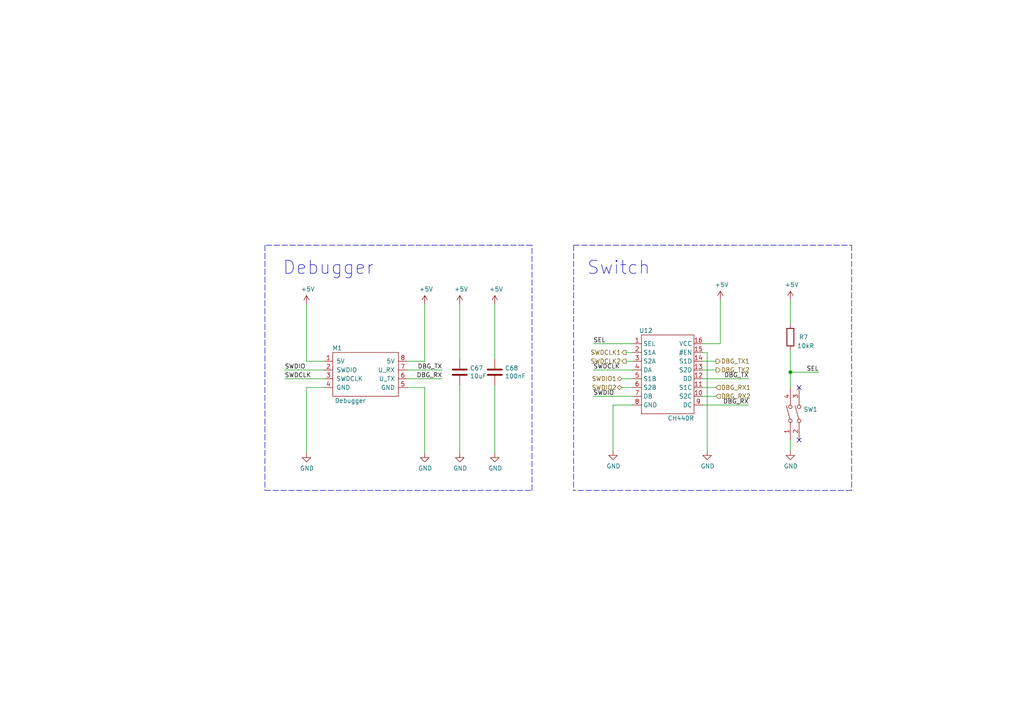
<source format=kicad_sch>
(kicad_sch (version 20211123) (generator eeschema)

  (uuid e04b8c10-725b-4bde-8cbf-66bfea5053e6)

  (paper "A4")

  (title_block
    (title "MM32_Board")
    (date "2022-01-18")
    (rev "1.2.2")
  )

  (lib_symbols
    (symbol "Device:C" (pin_numbers hide) (pin_names (offset 0.254)) (in_bom yes) (on_board yes)
      (property "Reference" "C" (id 0) (at 0.635 2.54 0)
        (effects (font (size 1.27 1.27)) (justify left))
      )
      (property "Value" "C" (id 1) (at 0.635 -2.54 0)
        (effects (font (size 1.27 1.27)) (justify left))
      )
      (property "Footprint" "" (id 2) (at 0.9652 -3.81 0)
        (effects (font (size 1.27 1.27)) hide)
      )
      (property "Datasheet" "~" (id 3) (at 0 0 0)
        (effects (font (size 1.27 1.27)) hide)
      )
      (property "ki_keywords" "cap capacitor" (id 4) (at 0 0 0)
        (effects (font (size 1.27 1.27)) hide)
      )
      (property "ki_description" "Unpolarized capacitor" (id 5) (at 0 0 0)
        (effects (font (size 1.27 1.27)) hide)
      )
      (property "ki_fp_filters" "C_*" (id 6) (at 0 0 0)
        (effects (font (size 1.27 1.27)) hide)
      )
      (symbol "C_0_1"
        (polyline
          (pts
            (xy -2.032 -0.762)
            (xy 2.032 -0.762)
          )
          (stroke (width 0.508) (type default) (color 0 0 0 0))
          (fill (type none))
        )
        (polyline
          (pts
            (xy -2.032 0.762)
            (xy 2.032 0.762)
          )
          (stroke (width 0.508) (type default) (color 0 0 0 0))
          (fill (type none))
        )
      )
      (symbol "C_1_1"
        (pin passive line (at 0 3.81 270) (length 2.794)
          (name "~" (effects (font (size 1.27 1.27))))
          (number "1" (effects (font (size 1.27 1.27))))
        )
        (pin passive line (at 0 -3.81 90) (length 2.794)
          (name "~" (effects (font (size 1.27 1.27))))
          (number "2" (effects (font (size 1.27 1.27))))
        )
      )
    )
    (symbol "Device:R" (pin_numbers hide) (pin_names (offset 0)) (in_bom yes) (on_board yes)
      (property "Reference" "R" (id 0) (at 2.032 0 90)
        (effects (font (size 1.27 1.27)))
      )
      (property "Value" "R" (id 1) (at 0 0 90)
        (effects (font (size 1.27 1.27)))
      )
      (property "Footprint" "" (id 2) (at -1.778 0 90)
        (effects (font (size 1.27 1.27)) hide)
      )
      (property "Datasheet" "~" (id 3) (at 0 0 0)
        (effects (font (size 1.27 1.27)) hide)
      )
      (property "ki_keywords" "R res resistor" (id 4) (at 0 0 0)
        (effects (font (size 1.27 1.27)) hide)
      )
      (property "ki_description" "Resistor" (id 5) (at 0 0 0)
        (effects (font (size 1.27 1.27)) hide)
      )
      (property "ki_fp_filters" "R_*" (id 6) (at 0 0 0)
        (effects (font (size 1.27 1.27)) hide)
      )
      (symbol "R_0_1"
        (rectangle (start -1.016 -2.54) (end 1.016 2.54)
          (stroke (width 0.254) (type default) (color 0 0 0 0))
          (fill (type none))
        )
      )
      (symbol "R_1_1"
        (pin passive line (at 0 3.81 270) (length 1.27)
          (name "~" (effects (font (size 1.27 1.27))))
          (number "1" (effects (font (size 1.27 1.27))))
        )
        (pin passive line (at 0 -3.81 90) (length 1.27)
          (name "~" (effects (font (size 1.27 1.27))))
          (number "2" (effects (font (size 1.27 1.27))))
        )
      )
    )
    (symbol "MM32_Periph:CH440R" (in_bom yes) (on_board yes)
      (property "Reference" "U" (id 0) (at 1.27 24.13 0)
        (effects (font (size 1.27 1.27)))
      )
      (property "Value" "CH440R" (id 1) (at 10.16 -1.27 0)
        (effects (font (size 1.27 1.27)))
      )
      (property "Footprint" "Package_SO:TSSOP-16_4.4x5mm_P0.65mm" (id 2) (at 8.89 -3.81 0)
        (effects (font (size 1.27 1.27)) hide)
      )
      (property "Datasheet" "" (id 3) (at 1.27 24.13 0)
        (effects (font (size 1.27 1.27)) hide)
      )
      (symbol "CH440R_0_1"
        (rectangle (start 0 22.86) (end 15.24 0)
          (stroke (width 0) (type default) (color 0 0 0 0))
          (fill (type none))
        )
      )
      (symbol "CH440R_1_1"
        (pin input line (at -2.54 20.32 0) (length 2.54)
          (name "SEL" (effects (font (size 1.27 1.27))))
          (number "1" (effects (font (size 1.27 1.27))))
        )
        (pin passive line (at 17.78 5.08 180) (length 2.54)
          (name "S2C" (effects (font (size 1.27 1.27))))
          (number "10" (effects (font (size 1.27 1.27))))
        )
        (pin passive line (at 17.78 7.62 180) (length 2.54)
          (name "S1C" (effects (font (size 1.27 1.27))))
          (number "11" (effects (font (size 1.27 1.27))))
        )
        (pin passive line (at 17.78 10.16 180) (length 2.54)
          (name "DD" (effects (font (size 1.27 1.27))))
          (number "12" (effects (font (size 1.27 1.27))))
        )
        (pin passive line (at 17.78 12.7 180) (length 2.54)
          (name "S2D" (effects (font (size 1.27 1.27))))
          (number "13" (effects (font (size 1.27 1.27))))
        )
        (pin passive line (at 17.78 15.24 180) (length 2.54)
          (name "S1D" (effects (font (size 1.27 1.27))))
          (number "14" (effects (font (size 1.27 1.27))))
        )
        (pin passive line (at 17.78 17.78 180) (length 2.54)
          (name "#EN" (effects (font (size 1.27 1.27))))
          (number "15" (effects (font (size 1.27 1.27))))
        )
        (pin power_in line (at 17.78 20.32 180) (length 2.54)
          (name "VCC" (effects (font (size 1.27 1.27))))
          (number "16" (effects (font (size 1.27 1.27))))
        )
        (pin passive line (at -2.54 17.78 0) (length 2.54)
          (name "S1A" (effects (font (size 1.27 1.27))))
          (number "2" (effects (font (size 1.27 1.27))))
        )
        (pin passive line (at -2.54 15.24 0) (length 2.54)
          (name "S2A" (effects (font (size 1.27 1.27))))
          (number "3" (effects (font (size 1.27 1.27))))
        )
        (pin passive line (at -2.54 12.7 0) (length 2.54)
          (name "DA" (effects (font (size 1.27 1.27))))
          (number "4" (effects (font (size 1.27 1.27))))
        )
        (pin passive line (at -2.54 10.16 0) (length 2.54)
          (name "S1B" (effects (font (size 1.27 1.27))))
          (number "5" (effects (font (size 1.27 1.27))))
        )
        (pin passive line (at -2.54 7.62 0) (length 2.54)
          (name "S2B" (effects (font (size 1.27 1.27))))
          (number "6" (effects (font (size 1.27 1.27))))
        )
        (pin passive line (at -2.54 5.08 0) (length 2.54)
          (name "DB" (effects (font (size 1.27 1.27))))
          (number "7" (effects (font (size 1.27 1.27))))
        )
        (pin power_in line (at -2.54 2.54 0) (length 2.54)
          (name "GND" (effects (font (size 1.27 1.27))))
          (number "8" (effects (font (size 1.27 1.27))))
        )
        (pin passive line (at 17.78 2.54 180) (length 2.54)
          (name "DC" (effects (font (size 1.27 1.27))))
          (number "9" (effects (font (size 1.27 1.27))))
        )
      )
    )
    (symbol "MM32_Periph:Debugger" (pin_names (offset 1.016)) (in_bom yes) (on_board yes)
      (property "Reference" "M" (id 0) (at 1.27 13.97 0)
        (effects (font (size 1.27 1.27)))
      )
      (property "Value" "Debugger" (id 1) (at 6.35 -1.27 0)
        (effects (font (size 1.27 1.27)))
      )
      (property "Footprint" "" (id 2) (at 1.27 13.97 0)
        (effects (font (size 1.27 1.27)) hide)
      )
      (property "Datasheet" "" (id 3) (at 1.27 13.97 0)
        (effects (font (size 1.27 1.27)) hide)
      )
      (symbol "Debugger_0_1"
        (rectangle (start 0 12.7) (end 19.05 0)
          (stroke (width 0) (type default) (color 0 0 0 0))
          (fill (type none))
        )
      )
      (symbol "Debugger_1_1"
        (pin power_in line (at -2.54 10.16 0) (length 2.54)
          (name "5V" (effects (font (size 1.27 1.27))))
          (number "1" (effects (font (size 1.27 1.27))))
        )
        (pin bidirectional line (at -2.54 7.62 0) (length 2.54)
          (name "SWDIO" (effects (font (size 1.27 1.27))))
          (number "2" (effects (font (size 1.27 1.27))))
        )
        (pin output line (at -2.54 5.08 0) (length 2.54)
          (name "SWDCLK" (effects (font (size 1.27 1.27))))
          (number "3" (effects (font (size 1.27 1.27))))
        )
        (pin power_in line (at -2.54 2.54 0) (length 2.54)
          (name "GND" (effects (font (size 1.27 1.27))))
          (number "4" (effects (font (size 1.27 1.27))))
        )
        (pin power_in line (at 21.59 2.54 180) (length 2.54)
          (name "GND" (effects (font (size 1.27 1.27))))
          (number "5" (effects (font (size 1.27 1.27))))
        )
        (pin output line (at 21.59 5.08 180) (length 2.54)
          (name "U_TX" (effects (font (size 1.27 1.27))))
          (number "6" (effects (font (size 1.27 1.27))))
        )
        (pin output line (at 21.59 7.62 180) (length 2.54)
          (name "U_RX" (effects (font (size 1.27 1.27))))
          (number "7" (effects (font (size 1.27 1.27))))
        )
        (pin power_in line (at 21.59 10.16 180) (length 2.54)
          (name "5V" (effects (font (size 1.27 1.27))))
          (number "8" (effects (font (size 1.27 1.27))))
        )
        (pin no_connect line (at 10.16 13.97 270) (length 2.54) hide
          (name "NC" (effects (font (size 1.27 1.27))))
          (number "9" (effects (font (size 1.27 1.27))))
        )
      )
    )
    (symbol "Switch:SW_DIP_x02" (pin_names (offset 0) hide) (in_bom yes) (on_board yes)
      (property "Reference" "SW" (id 0) (at 0 6.35 0)
        (effects (font (size 1.27 1.27)))
      )
      (property "Value" "SW_DIP_x02" (id 1) (at 0 -3.81 0)
        (effects (font (size 1.27 1.27)))
      )
      (property "Footprint" "" (id 2) (at 0 0 0)
        (effects (font (size 1.27 1.27)) hide)
      )
      (property "Datasheet" "~" (id 3) (at 0 0 0)
        (effects (font (size 1.27 1.27)) hide)
      )
      (property "ki_keywords" "dip switch" (id 4) (at 0 0 0)
        (effects (font (size 1.27 1.27)) hide)
      )
      (property "ki_description" "2x DIP Switch, Single Pole Single Throw (SPST) switch, small symbol" (id 5) (at 0 0 0)
        (effects (font (size 1.27 1.27)) hide)
      )
      (property "ki_fp_filters" "SW?DIP?x2*" (id 6) (at 0 0 0)
        (effects (font (size 1.27 1.27)) hide)
      )
      (symbol "SW_DIP_x02_0_0"
        (circle (center -2.032 0) (radius 0.508)
          (stroke (width 0) (type default) (color 0 0 0 0))
          (fill (type none))
        )
        (circle (center -2.032 2.54) (radius 0.508)
          (stroke (width 0) (type default) (color 0 0 0 0))
          (fill (type none))
        )
        (polyline
          (pts
            (xy -1.524 0.127)
            (xy 2.3622 1.1684)
          )
          (stroke (width 0) (type default) (color 0 0 0 0))
          (fill (type none))
        )
        (polyline
          (pts
            (xy -1.524 2.667)
            (xy 2.3622 3.7084)
          )
          (stroke (width 0) (type default) (color 0 0 0 0))
          (fill (type none))
        )
        (circle (center 2.032 0) (radius 0.508)
          (stroke (width 0) (type default) (color 0 0 0 0))
          (fill (type none))
        )
        (circle (center 2.032 2.54) (radius 0.508)
          (stroke (width 0) (type default) (color 0 0 0 0))
          (fill (type none))
        )
      )
      (symbol "SW_DIP_x02_1_1"
        (pin passive line (at -7.62 2.54 0) (length 5.08)
          (name "~" (effects (font (size 1.27 1.27))))
          (number "1" (effects (font (size 1.27 1.27))))
        )
        (pin passive line (at -7.62 0 0) (length 5.08)
          (name "~" (effects (font (size 1.27 1.27))))
          (number "2" (effects (font (size 1.27 1.27))))
        )
        (pin passive line (at 7.62 0 180) (length 5.08)
          (name "~" (effects (font (size 1.27 1.27))))
          (number "3" (effects (font (size 1.27 1.27))))
        )
        (pin passive line (at 7.62 2.54 180) (length 5.08)
          (name "~" (effects (font (size 1.27 1.27))))
          (number "4" (effects (font (size 1.27 1.27))))
        )
      )
    )
    (symbol "power:+5V" (power) (pin_names (offset 0)) (in_bom yes) (on_board yes)
      (property "Reference" "#PWR" (id 0) (at 0 -3.81 0)
        (effects (font (size 1.27 1.27)) hide)
      )
      (property "Value" "+5V" (id 1) (at 0 3.556 0)
        (effects (font (size 1.27 1.27)))
      )
      (property "Footprint" "" (id 2) (at 0 0 0)
        (effects (font (size 1.27 1.27)) hide)
      )
      (property "Datasheet" "" (id 3) (at 0 0 0)
        (effects (font (size 1.27 1.27)) hide)
      )
      (property "ki_keywords" "power-flag" (id 4) (at 0 0 0)
        (effects (font (size 1.27 1.27)) hide)
      )
      (property "ki_description" "Power symbol creates a global label with name \"+5V\"" (id 5) (at 0 0 0)
        (effects (font (size 1.27 1.27)) hide)
      )
      (symbol "+5V_0_1"
        (polyline
          (pts
            (xy -0.762 1.27)
            (xy 0 2.54)
          )
          (stroke (width 0) (type default) (color 0 0 0 0))
          (fill (type none))
        )
        (polyline
          (pts
            (xy 0 0)
            (xy 0 2.54)
          )
          (stroke (width 0) (type default) (color 0 0 0 0))
          (fill (type none))
        )
        (polyline
          (pts
            (xy 0 2.54)
            (xy 0.762 1.27)
          )
          (stroke (width 0) (type default) (color 0 0 0 0))
          (fill (type none))
        )
      )
      (symbol "+5V_1_1"
        (pin power_in line (at 0 0 90) (length 0) hide
          (name "+5V" (effects (font (size 1.27 1.27))))
          (number "1" (effects (font (size 1.27 1.27))))
        )
      )
    )
    (symbol "power:GND" (power) (pin_names (offset 0)) (in_bom yes) (on_board yes)
      (property "Reference" "#PWR" (id 0) (at 0 -6.35 0)
        (effects (font (size 1.27 1.27)) hide)
      )
      (property "Value" "GND" (id 1) (at 0 -3.81 0)
        (effects (font (size 1.27 1.27)))
      )
      (property "Footprint" "" (id 2) (at 0 0 0)
        (effects (font (size 1.27 1.27)) hide)
      )
      (property "Datasheet" "" (id 3) (at 0 0 0)
        (effects (font (size 1.27 1.27)) hide)
      )
      (property "ki_keywords" "power-flag" (id 4) (at 0 0 0)
        (effects (font (size 1.27 1.27)) hide)
      )
      (property "ki_description" "Power symbol creates a global label with name \"GND\" , ground" (id 5) (at 0 0 0)
        (effects (font (size 1.27 1.27)) hide)
      )
      (symbol "GND_0_1"
        (polyline
          (pts
            (xy 0 0)
            (xy 0 -1.27)
            (xy 1.27 -1.27)
            (xy 0 -2.54)
            (xy -1.27 -1.27)
            (xy 0 -1.27)
          )
          (stroke (width 0) (type default) (color 0 0 0 0))
          (fill (type none))
        )
      )
      (symbol "GND_1_1"
        (pin power_in line (at 0 0 270) (length 0) hide
          (name "GND" (effects (font (size 1.27 1.27))))
          (number "1" (effects (font (size 1.27 1.27))))
        )
      )
    )
  )

  (junction (at 229.235 107.95) (diameter 0) (color 0 0 0 0)
    (uuid 5a526da4-8262-454a-9c1d-0f8ada4fe407)
  )

  (no_connect (at 231.775 112.395) (uuid 243a73da-cca9-46b6-b3bc-792fef8f823b))
  (no_connect (at 231.775 127.635) (uuid 243a73da-cca9-46b6-b3bc-792fef8f823c))

  (polyline (pts (xy 166.37 71.12) (xy 166.37 142.24))
    (stroke (width 0) (type default) (color 0 0 0 0))
    (uuid 1904d750-7ef3-4aae-8496-f9ac9591c5fc)
  )

  (wire (pts (xy 181.61 104.775) (xy 183.515 104.775))
    (stroke (width 0) (type default) (color 0 0 0 0))
    (uuid 1bb58bcf-4ccf-49a6-967e-8ae139e87934)
  )
  (wire (pts (xy 203.835 107.315) (xy 207.645 107.315))
    (stroke (width 0) (type default) (color 0 0 0 0))
    (uuid 1c1e2c66-22b9-48cd-a41f-aa1fab84f90c)
  )
  (wire (pts (xy 203.835 117.475) (xy 217.17 117.475))
    (stroke (width 0) (type default) (color 0 0 0 0))
    (uuid 2a1c0dee-ce1d-42e8-94fc-9189eea20d55)
  )
  (wire (pts (xy 203.835 109.855) (xy 217.17 109.855))
    (stroke (width 0) (type default) (color 0 0 0 0))
    (uuid 2b59503b-04b3-46e7-aa09-a74b74454b4e)
  )
  (polyline (pts (xy 154.305 71.12) (xy 76.835 71.12))
    (stroke (width 0) (type default) (color 0 0 0 0))
    (uuid 2d0d333a-99a0-4575-9433-710c8cc7ac0b)
  )
  (polyline (pts (xy 166.37 71.12) (xy 247.015 71.12))
    (stroke (width 0) (type default) (color 0 0 0 0))
    (uuid 32495407-6d07-47a4-8377-ac648b0e7242)
  )

  (wire (pts (xy 229.235 107.95) (xy 237.49 107.95))
    (stroke (width 0) (type default) (color 0 0 0 0))
    (uuid 3345ec8a-dc59-4aa7-b892-f44bc31e354c)
  )
  (wire (pts (xy 229.235 107.95) (xy 229.235 112.395))
    (stroke (width 0) (type default) (color 0 0 0 0))
    (uuid 34d5bcaf-340e-4179-a2f0-bc29a12ae9f9)
  )
  (wire (pts (xy 229.235 101.6) (xy 229.235 107.95))
    (stroke (width 0) (type default) (color 0 0 0 0))
    (uuid 3728de05-d40f-4590-85b8-b3510b77d547)
  )
  (wire (pts (xy 183.515 117.475) (xy 177.8 117.475))
    (stroke (width 0) (type default) (color 0 0 0 0))
    (uuid 3e8c9e91-5d30-48ad-9373-22ca4c89a8c4)
  )
  (wire (pts (xy 88.9 104.775) (xy 93.98 104.775))
    (stroke (width 0) (type default) (color 0 0 0 0))
    (uuid 42ecdba3-f348-4384-8d4b-cd21e56f3613)
  )
  (wire (pts (xy 180.34 112.395) (xy 183.515 112.395))
    (stroke (width 0) (type default) (color 0 0 0 0))
    (uuid 4616f2b5-fbec-4765-8017-dea1a71989df)
  )
  (wire (pts (xy 177.8 117.475) (xy 177.8 130.81))
    (stroke (width 0) (type default) (color 0 0 0 0))
    (uuid 56b10d4a-9259-4c6d-98ef-1604a122266d)
  )
  (wire (pts (xy 88.9 112.395) (xy 88.9 131.445))
    (stroke (width 0) (type default) (color 0 0 0 0))
    (uuid 5a390647-51ba-4684-b747-9001f749ff71)
  )
  (wire (pts (xy 143.51 88.265) (xy 143.51 104.14))
    (stroke (width 0) (type default) (color 0 0 0 0))
    (uuid 6165c464-a2e8-41da-a304-b1d501c00386)
  )
  (polyline (pts (xy 76.835 142.24) (xy 154.305 142.24))
    (stroke (width 0) (type default) (color 0 0 0 0))
    (uuid 629fdb7a-7978-43d0-987e-b84465775826)
  )

  (wire (pts (xy 208.915 99.695) (xy 208.915 86.995))
    (stroke (width 0) (type default) (color 0 0 0 0))
    (uuid 6370834c-14af-46f3-bebb-517411d4c5ff)
  )
  (wire (pts (xy 229.235 127.635) (xy 229.235 130.81))
    (stroke (width 0) (type default) (color 0 0 0 0))
    (uuid 6810f8bb-968f-4e47-9fed-0f7961f3892e)
  )
  (wire (pts (xy 205.105 102.235) (xy 203.835 102.235))
    (stroke (width 0) (type default) (color 0 0 0 0))
    (uuid 68b3d552-382b-4596-9f71-1108d8e25e0e)
  )
  (wire (pts (xy 93.98 112.395) (xy 88.9 112.395))
    (stroke (width 0) (type default) (color 0 0 0 0))
    (uuid 765684c2-53b3-4ef7-bd1b-7a4a73d87b76)
  )
  (polyline (pts (xy 76.835 71.12) (xy 76.835 142.24))
    (stroke (width 0) (type default) (color 0 0 0 0))
    (uuid 7c6e532b-1afd-48d4-9389-2942dcbc7c3c)
  )

  (wire (pts (xy 203.835 99.695) (xy 208.915 99.695))
    (stroke (width 0) (type default) (color 0 0 0 0))
    (uuid 92ccc98b-13fa-47af-812a-303b5b5c82fd)
  )
  (wire (pts (xy 133.35 111.76) (xy 133.35 131.445))
    (stroke (width 0) (type default) (color 0 0 0 0))
    (uuid 93dc1dcf-73b2-48ae-bd73-a5abfd88b1f7)
  )
  (wire (pts (xy 93.98 109.855) (xy 82.55 109.855))
    (stroke (width 0) (type default) (color 0 0 0 0))
    (uuid 9640e044-e4b2-4c33-9e1c-1d9894a69337)
  )
  (wire (pts (xy 123.19 88.265) (xy 123.19 104.775))
    (stroke (width 0) (type default) (color 0 0 0 0))
    (uuid a22bec73-a69c-4ab7-8d8d-f6a6b09f925f)
  )
  (polyline (pts (xy 247.015 71.12) (xy 247.015 142.24))
    (stroke (width 0) (type default) (color 0 0 0 0))
    (uuid a36ef921-2f15-4de6-9309-d05aa2c4ab8c)
  )

  (wire (pts (xy 205.105 130.81) (xy 205.105 102.235))
    (stroke (width 0) (type default) (color 0 0 0 0))
    (uuid a373ed23-53ce-4415-a949-6f5c44603a56)
  )
  (wire (pts (xy 180.34 109.855) (xy 183.515 109.855))
    (stroke (width 0) (type default) (color 0 0 0 0))
    (uuid ac0da9bb-9574-4610-9987-94846fa4797c)
  )
  (wire (pts (xy 172.085 114.935) (xy 183.515 114.935))
    (stroke (width 0) (type default) (color 0 0 0 0))
    (uuid ad343702-99c7-4068-83fa-945e30e6d589)
  )
  (wire (pts (xy 203.835 114.935) (xy 207.645 114.935))
    (stroke (width 0) (type default) (color 0 0 0 0))
    (uuid b13733a8-f6f8-48c3-99c3-92f316da3549)
  )
  (wire (pts (xy 118.11 112.395) (xy 123.19 112.395))
    (stroke (width 0) (type default) (color 0 0 0 0))
    (uuid b44c0167-50fe-4c67-94fb-5ce2e6f52544)
  )
  (wire (pts (xy 143.51 111.76) (xy 143.51 131.445))
    (stroke (width 0) (type default) (color 0 0 0 0))
    (uuid b610debe-932b-4028-97d5-46f24e969e14)
  )
  (wire (pts (xy 172.085 107.315) (xy 183.515 107.315))
    (stroke (width 0) (type default) (color 0 0 0 0))
    (uuid bc4d68af-174d-4fd1-b211-24dde51cb71f)
  )
  (wire (pts (xy 123.19 104.775) (xy 118.11 104.775))
    (stroke (width 0) (type default) (color 0 0 0 0))
    (uuid bd29b6d3-a58c-4b1f-9c20-de4efb708ab2)
  )
  (wire (pts (xy 203.835 112.395) (xy 207.645 112.395))
    (stroke (width 0) (type default) (color 0 0 0 0))
    (uuid c251c7fd-00fa-4fc5-949a-f575188d6e26)
  )
  (polyline (pts (xy 247.015 142.24) (xy 166.37 142.24))
    (stroke (width 0) (type default) (color 0 0 0 0))
    (uuid d4c8c2a1-c88d-4464-9e8c-0431728b7d1a)
  )

  (wire (pts (xy 181.61 102.235) (xy 183.515 102.235))
    (stroke (width 0) (type default) (color 0 0 0 0))
    (uuid d9b086f1-c655-4338-a3f0-fc7a411645a8)
  )
  (wire (pts (xy 133.35 88.265) (xy 133.35 104.14))
    (stroke (width 0) (type default) (color 0 0 0 0))
    (uuid dc3b2fd1-0c31-408e-b75f-ea6e29a269c3)
  )
  (wire (pts (xy 123.19 112.395) (xy 123.19 131.445))
    (stroke (width 0) (type default) (color 0 0 0 0))
    (uuid dd2d59b3-ddef-491f-bb57-eb3d3820bdeb)
  )
  (polyline (pts (xy 154.305 142.24) (xy 154.305 71.12))
    (stroke (width 0) (type default) (color 0 0 0 0))
    (uuid df9a1242-2d73-4343-b170-237bc9a8080f)
  )

  (wire (pts (xy 128.27 107.315) (xy 118.11 107.315))
    (stroke (width 0) (type default) (color 0 0 0 0))
    (uuid e0b0947e-ec91-4d8a-8663-5a112b0a8541)
  )
  (wire (pts (xy 88.9 88.265) (xy 88.9 104.775))
    (stroke (width 0) (type default) (color 0 0 0 0))
    (uuid e4504518-96e7-4c9e-8457-7273f5a490f1)
  )
  (wire (pts (xy 203.835 104.775) (xy 207.645 104.775))
    (stroke (width 0) (type default) (color 0 0 0 0))
    (uuid e6d93ffe-ed6e-40d3-b158-f8224c88af51)
  )
  (wire (pts (xy 172.085 99.695) (xy 183.515 99.695))
    (stroke (width 0) (type default) (color 0 0 0 0))
    (uuid f672508a-f6a1-40fc-b6b5-efb6dcd3a959)
  )
  (wire (pts (xy 229.235 86.995) (xy 229.235 93.98))
    (stroke (width 0) (type default) (color 0 0 0 0))
    (uuid f962dd8f-834c-4bae-97da-69146ecfdff3)
  )
  (wire (pts (xy 118.11 109.855) (xy 128.27 109.855))
    (stroke (width 0) (type default) (color 0 0 0 0))
    (uuid fcfb3f77-487d-44de-bd4e-948fbeca3220)
  )
  (wire (pts (xy 82.55 107.315) (xy 93.98 107.315))
    (stroke (width 0) (type default) (color 0 0 0 0))
    (uuid fd29cce5-2d5d-4676-956a-df49a3c13d23)
  )

  (text "Debugger" (at 81.915 80.01 0)
    (effects (font (size 3.81 3.81)) (justify left bottom))
    (uuid 18cf1537-83e6-4374-a277-6e3e21479ab0)
  )
  (text "Switch" (at 170.18 80.01 0)
    (effects (font (size 3.81 3.81)) (justify left bottom))
    (uuid 67af2098-b523-48c8-a68f-4a20af05dd11)
  )

  (label "SWDIO" (at 82.55 107.315 0)
    (effects (font (size 1.27 1.27)) (justify left bottom))
    (uuid 29b0cb3c-300e-4891-9d4f-10678e4d10be)
  )
  (label "DBG_TX" (at 217.17 109.855 180)
    (effects (font (size 1.27 1.27)) (justify right bottom))
    (uuid 2a2447a2-a5ac-4d71-b5ff-32fe332dc200)
  )
  (label "DBG_RX" (at 128.27 109.855 180)
    (effects (font (size 1.27 1.27)) (justify right bottom))
    (uuid 3800d099-5579-44a3-81a8-6c2aa385b66c)
  )
  (label "SWDIO" (at 172.085 114.935 0)
    (effects (font (size 1.27 1.27)) (justify left bottom))
    (uuid 4545ec75-aab1-4ddf-ac54-07bb7e0fe212)
  )
  (label "DBG_TX" (at 128.27 107.315 180)
    (effects (font (size 1.27 1.27)) (justify right bottom))
    (uuid 4c8cb90f-6403-49ff-ad8f-74bcdb14ac09)
  )
  (label "SEL" (at 237.49 107.95 180)
    (effects (font (size 1.27 1.27)) (justify right bottom))
    (uuid b4cb041b-95ce-4b42-bf0b-e5afa0e16941)
  )
  (label "DBG_RX" (at 217.17 117.475 180)
    (effects (font (size 1.27 1.27)) (justify right bottom))
    (uuid ceb468e9-c71d-4077-a1ed-8b564d940ed0)
  )
  (label "SWDCLK" (at 82.55 109.855 0)
    (effects (font (size 1.27 1.27)) (justify left bottom))
    (uuid cefb5e1f-b39d-4ecb-8c5f-23f372537c78)
  )
  (label "SEL" (at 172.085 99.695 0)
    (effects (font (size 1.27 1.27)) (justify left bottom))
    (uuid d10264d7-2a3e-44dd-81a8-40c8b3dbe902)
  )
  (label "SWDCLK" (at 172.085 107.315 0)
    (effects (font (size 1.27 1.27)) (justify left bottom))
    (uuid f6e22dd8-6668-4bca-89b1-0f9042219497)
  )

  (hierarchical_label "DBG_RX2" (shape input) (at 207.645 114.935 0)
    (effects (font (size 1.27 1.27)) (justify left))
    (uuid 018f04c9-d2fa-4a44-b9a9-93b2a8425027)
  )
  (hierarchical_label "DBG_TX1" (shape output) (at 207.645 104.775 0)
    (effects (font (size 1.27 1.27)) (justify left))
    (uuid 0ea70e6c-2b52-441e-97ab-5aad3cdb4099)
  )
  (hierarchical_label "SWDIO1" (shape bidirectional) (at 180.34 109.855 180)
    (effects (font (size 1.27 1.27)) (justify right))
    (uuid 2445df8b-23d5-4f1d-9147-f9b9ad47ef7a)
  )
  (hierarchical_label "DBG_TX2" (shape output) (at 207.645 107.315 0)
    (effects (font (size 1.27 1.27)) (justify left))
    (uuid 53650131-2a58-45e8-b4a6-540aefb21320)
  )
  (hierarchical_label "SWDCLK2" (shape output) (at 181.61 104.775 180)
    (effects (font (size 1.27 1.27)) (justify right))
    (uuid 6b9e41f4-d25e-4713-a354-d5b7ce29493f)
  )
  (hierarchical_label "SWDIO2" (shape bidirectional) (at 180.34 112.395 180)
    (effects (font (size 1.27 1.27)) (justify right))
    (uuid 792ca0dc-c988-4ee4-8a25-ec4938d426d5)
  )
  (hierarchical_label "DBG_RX1" (shape input) (at 207.645 112.395 0)
    (effects (font (size 1.27 1.27)) (justify left))
    (uuid d3f06d28-d53d-4513-961b-af050f9d6bff)
  )
  (hierarchical_label "SWDCLK1" (shape output) (at 181.61 102.235 180)
    (effects (font (size 1.27 1.27)) (justify right))
    (uuid df3f58cf-d9fb-4fa1-8bc6-61263f547532)
  )

  (symbol (lib_id "MM32_Periph:Debugger") (at 96.52 114.935 0) (unit 1)
    (in_bom yes) (on_board yes)
    (uuid 00000000-0000-0000-0000-0000619f71de)
    (property "Reference" "M1" (id 0) (at 97.79 100.965 0))
    (property "Value" "Debugger" (id 1) (at 101.6 116.205 0))
    (property "Footprint" "MM32_Library:Gernic_Debugger" (id 2) (at 97.79 100.965 0)
      (effects (font (size 1.27 1.27)) hide)
    )
    (property "Datasheet" "" (id 3) (at 97.79 100.965 0)
      (effects (font (size 1.27 1.27)) hide)
    )
    (pin "1" (uuid 937f0f66-1131-42d1-ad46-2665de274155))
    (pin "2" (uuid 4c25b175-974a-42fa-a298-777e671af760))
    (pin "3" (uuid 09823e9b-40eb-4e18-b8b3-388b48b7f596))
    (pin "4" (uuid 1800cf6b-f2e4-45f9-8167-0bc124adae8d))
    (pin "5" (uuid c7f0e756-5fa8-4546-8764-b4753974876b))
    (pin "6" (uuid 7993b77d-2cb8-4e66-9ce6-f35ddb58e03d))
    (pin "7" (uuid be93e2e4-d04c-4aed-933f-611be415dccf))
    (pin "8" (uuid 077f0b5c-cd1e-472b-838a-afaf6e21990b))
    (pin "9" (uuid 32f74b49-b0c5-41ea-8d28-1c82095891ca))
  )

  (symbol (lib_id "power:GND") (at 123.19 131.445 0) (unit 1)
    (in_bom yes) (on_board yes)
    (uuid 00000000-0000-0000-0000-0000619f9ba6)
    (property "Reference" "#PWR0165" (id 0) (at 123.19 137.795 0)
      (effects (font (size 1.27 1.27)) hide)
    )
    (property "Value" "GND" (id 1) (at 123.317 135.8392 0))
    (property "Footprint" "" (id 2) (at 123.19 131.445 0)
      (effects (font (size 1.27 1.27)) hide)
    )
    (property "Datasheet" "" (id 3) (at 123.19 131.445 0)
      (effects (font (size 1.27 1.27)) hide)
    )
    (pin "1" (uuid e000bb49-4039-4df7-b346-7e2fcf078c1b))
  )

  (symbol (lib_id "power:GND") (at 88.9 131.445 0) (unit 1)
    (in_bom yes) (on_board yes)
    (uuid 00000000-0000-0000-0000-0000619f9f09)
    (property "Reference" "#PWR0163" (id 0) (at 88.9 137.795 0)
      (effects (font (size 1.27 1.27)) hide)
    )
    (property "Value" "GND" (id 1) (at 89.027 135.8392 0))
    (property "Footprint" "" (id 2) (at 88.9 131.445 0)
      (effects (font (size 1.27 1.27)) hide)
    )
    (property "Datasheet" "" (id 3) (at 88.9 131.445 0)
      (effects (font (size 1.27 1.27)) hide)
    )
    (pin "1" (uuid f6b7780f-3116-4a7a-b16d-ed53d279134d))
  )

  (symbol (lib_id "power:GND") (at 143.51 131.445 0) (unit 1)
    (in_bom yes) (on_board yes)
    (uuid 192f40c6-7310-4153-8af9-fa8709994e20)
    (property "Reference" "#PWR0169" (id 0) (at 143.51 137.795 0)
      (effects (font (size 1.27 1.27)) hide)
    )
    (property "Value" "GND" (id 1) (at 143.637 135.8392 0))
    (property "Footprint" "" (id 2) (at 143.51 131.445 0)
      (effects (font (size 1.27 1.27)) hide)
    )
    (property "Datasheet" "" (id 3) (at 143.51 131.445 0)
      (effects (font (size 1.27 1.27)) hide)
    )
    (pin "1" (uuid a84c0705-828c-4663-bd28-35cee90934f5))
  )

  (symbol (lib_id "MM32_Periph:CH440R") (at 186.055 120.015 0) (unit 1)
    (in_bom yes) (on_board yes)
    (uuid 33a172fa-a27c-4f1b-a064-556bfc13e664)
    (property "Reference" "U12" (id 0) (at 187.325 95.885 0))
    (property "Value" "CH440R" (id 1) (at 197.485 121.285 0))
    (property "Footprint" "Package_SO:TSSOP-16_4.4x5mm_P0.65mm" (id 2) (at 194.945 123.825 0)
      (effects (font (size 1.27 1.27)) hide)
    )
    (property "Datasheet" "" (id 3) (at 187.325 95.885 0)
      (effects (font (size 1.27 1.27)) hide)
    )
    (pin "1" (uuid 36b4b990-f7cf-47fd-9374-aef5d7f2ff8b))
    (pin "10" (uuid 93966ab6-4f64-4eb3-89de-acb15f2d859d))
    (pin "11" (uuid aa2f7e7a-5289-4c92-9d8c-17084d18db7a))
    (pin "12" (uuid 72cb7f87-7b3e-45ad-a6bf-e3de3abea969))
    (pin "13" (uuid 8c60e14a-1a5b-4638-a500-bb0aae5a6eb7))
    (pin "14" (uuid 39cfc9bf-8245-411a-8530-64a2636d0fc3))
    (pin "15" (uuid 03dd3326-e282-4d89-bac2-8590b25a60dc))
    (pin "16" (uuid 7cc684d3-fcf7-4ac8-8fa3-68a2e3b9c4fb))
    (pin "2" (uuid fbc82812-f778-404a-8c33-c9f6715a78d7))
    (pin "3" (uuid 97e3130e-0b5e-47c7-8396-043d6fa40df9))
    (pin "4" (uuid 337c309b-de87-4272-ac1f-a1b9e763a7b0))
    (pin "5" (uuid f6c69a62-364f-41db-b136-f6ee2d1a872f))
    (pin "6" (uuid fdbd2b7b-b30b-43e0-96ca-66dca4ce9b75))
    (pin "7" (uuid 8c416f7a-2a4a-40cf-bbb6-aef915f9be00))
    (pin "8" (uuid 125454bc-1818-45e4-9f83-4cdf5dab27c5))
    (pin "9" (uuid ccd6aaa4-abf6-4ae1-a9c4-79101ebfd568))
  )

  (symbol (lib_id "Device:C") (at 133.35 107.95 0) (unit 1)
    (in_bom yes) (on_board yes)
    (uuid 35db9fda-45fd-478d-94f6-43e9195dcf7e)
    (property "Reference" "C67" (id 0) (at 136.271 106.7816 0)
      (effects (font (size 1.27 1.27)) (justify left))
    )
    (property "Value" "10uF" (id 1) (at 136.271 109.093 0)
      (effects (font (size 1.27 1.27)) (justify left))
    )
    (property "Footprint" "Capacitor_SMD:C_0603_1608Metric" (id 2) (at 134.3152 111.76 0)
      (effects (font (size 1.27 1.27)) hide)
    )
    (property "Datasheet" "~" (id 3) (at 133.35 107.95 0)
      (effects (font (size 1.27 1.27)) hide)
    )
    (pin "1" (uuid 57c36f81-8ea3-4c6e-86c5-a2fe9179ec05))
    (pin "2" (uuid ebe86027-4a97-46e2-a846-9c8add8a0bc9))
  )

  (symbol (lib_id "Switch:SW_DIP_x02") (at 231.775 120.015 90) (unit 1)
    (in_bom yes) (on_board yes) (fields_autoplaced)
    (uuid 5be3d2d4-2465-422c-8da7-9722bb04468f)
    (property "Reference" "SW1" (id 0) (at 233.045 118.7449 90)
      (effects (font (size 1.27 1.27)) (justify right))
    )
    (property "Value" "SW_DIP_x02" (id 1) (at 233.045 121.2849 90)
      (effects (font (size 1.27 1.27)) (justify right) hide)
    )
    (property "Footprint" "Button_Switch_SMD:SW_DIP_SPSTx02_Slide_Copal_CHS-02B_W7.62mm_P1.27mm" (id 2) (at 231.775 120.015 0)
      (effects (font (size 1.27 1.27)) hide)
    )
    (property "Datasheet" "~" (id 3) (at 231.775 120.015 0)
      (effects (font (size 1.27 1.27)) hide)
    )
    (pin "1" (uuid 975080c9-6904-4491-a16a-cbf0ac7f39dd))
    (pin "2" (uuid 5d8db8da-c5a5-42a2-8946-04ecb311ca48))
    (pin "3" (uuid a9ac865e-e624-4af8-aa7c-23c59d0d3778))
    (pin "4" (uuid 41c74bd5-c89a-4800-875e-b4aec58dc8cf))
  )

  (symbol (lib_id "power:+5V") (at 143.51 88.265 0) (unit 1)
    (in_bom yes) (on_board yes)
    (uuid 6581adef-223a-4e8e-a74a-5c842da30fa9)
    (property "Reference" "#PWR0168" (id 0) (at 143.51 92.075 0)
      (effects (font (size 1.27 1.27)) hide)
    )
    (property "Value" "+5V" (id 1) (at 143.891 83.8708 0))
    (property "Footprint" "" (id 2) (at 143.51 88.265 0)
      (effects (font (size 1.27 1.27)) hide)
    )
    (property "Datasheet" "" (id 3) (at 143.51 88.265 0)
      (effects (font (size 1.27 1.27)) hide)
    )
    (pin "1" (uuid d341f213-e0a8-4634-8bea-a8d265c1af4b))
  )

  (symbol (lib_id "power:GND") (at 133.35 131.445 0) (unit 1)
    (in_bom yes) (on_board yes)
    (uuid 86581dd9-55cb-4d10-9e72-578ce2a33855)
    (property "Reference" "#PWR0167" (id 0) (at 133.35 137.795 0)
      (effects (font (size 1.27 1.27)) hide)
    )
    (property "Value" "GND" (id 1) (at 133.477 135.8392 0))
    (property "Footprint" "" (id 2) (at 133.35 131.445 0)
      (effects (font (size 1.27 1.27)) hide)
    )
    (property "Datasheet" "" (id 3) (at 133.35 131.445 0)
      (effects (font (size 1.27 1.27)) hide)
    )
    (pin "1" (uuid a0248dd8-d37c-4e9a-bff2-599439cfa824))
  )

  (symbol (lib_id "power:+5V") (at 208.915 86.995 0) (unit 1)
    (in_bom yes) (on_board yes)
    (uuid 88eabeb0-6ba9-4c1f-800c-f34d86446e97)
    (property "Reference" "#PWR0172" (id 0) (at 208.915 90.805 0)
      (effects (font (size 1.27 1.27)) hide)
    )
    (property "Value" "+5V" (id 1) (at 209.296 82.6008 0))
    (property "Footprint" "" (id 2) (at 208.915 86.995 0)
      (effects (font (size 1.27 1.27)) hide)
    )
    (property "Datasheet" "" (id 3) (at 208.915 86.995 0)
      (effects (font (size 1.27 1.27)) hide)
    )
    (pin "1" (uuid a7458c3a-7c1e-4b12-92fc-b883aad4bf1d))
  )

  (symbol (lib_id "power:GND") (at 177.8 130.81 0) (unit 1)
    (in_bom yes) (on_board yes)
    (uuid 8a3befb5-d418-4e67-8e35-6bb09fc24219)
    (property "Reference" "#PWR0170" (id 0) (at 177.8 137.16 0)
      (effects (font (size 1.27 1.27)) hide)
    )
    (property "Value" "GND" (id 1) (at 177.927 135.2042 0))
    (property "Footprint" "" (id 2) (at 177.8 130.81 0)
      (effects (font (size 1.27 1.27)) hide)
    )
    (property "Datasheet" "" (id 3) (at 177.8 130.81 0)
      (effects (font (size 1.27 1.27)) hide)
    )
    (pin "1" (uuid afc2d747-e828-4eba-a144-7ba317837edd))
  )

  (symbol (lib_id "power:+5V") (at 88.9 88.265 0) (unit 1)
    (in_bom yes) (on_board yes)
    (uuid 9b0f269d-8361-4ad4-ad7d-b36ecd79bdf8)
    (property "Reference" "#PWR0162" (id 0) (at 88.9 92.075 0)
      (effects (font (size 1.27 1.27)) hide)
    )
    (property "Value" "+5V" (id 1) (at 89.281 83.8708 0))
    (property "Footprint" "" (id 2) (at 88.9 88.265 0)
      (effects (font (size 1.27 1.27)) hide)
    )
    (property "Datasheet" "" (id 3) (at 88.9 88.265 0)
      (effects (font (size 1.27 1.27)) hide)
    )
    (pin "1" (uuid bde74ca4-4166-45f3-b742-92b3c8647814))
  )

  (symbol (lib_id "power:+5V") (at 133.35 88.265 0) (unit 1)
    (in_bom yes) (on_board yes)
    (uuid b21f6d79-7fe9-4719-a1fb-425a609441c7)
    (property "Reference" "#PWR0166" (id 0) (at 133.35 92.075 0)
      (effects (font (size 1.27 1.27)) hide)
    )
    (property "Value" "+5V" (id 1) (at 133.731 83.8708 0))
    (property "Footprint" "" (id 2) (at 133.35 88.265 0)
      (effects (font (size 1.27 1.27)) hide)
    )
    (property "Datasheet" "" (id 3) (at 133.35 88.265 0)
      (effects (font (size 1.27 1.27)) hide)
    )
    (pin "1" (uuid 66c8565d-1409-46f0-965f-b09a4d1c83ac))
  )

  (symbol (lib_id "Device:R") (at 229.235 97.79 0) (unit 1)
    (in_bom yes) (on_board yes)
    (uuid c1a18f74-a42c-4afc-acea-8274e502b185)
    (property "Reference" "R7" (id 0) (at 233.045 97.79 0))
    (property "Value" "10kR" (id 1) (at 233.68 100.33 0))
    (property "Footprint" "Resistor_SMD:R_0603_1608Metric" (id 2) (at 227.457 97.79 90)
      (effects (font (size 1.27 1.27)) hide)
    )
    (property "Datasheet" "~" (id 3) (at 229.235 97.79 0)
      (effects (font (size 1.27 1.27)) hide)
    )
    (pin "1" (uuid f9b498c7-2ffa-4171-a8b2-95b38946e3c0))
    (pin "2" (uuid a286bd3e-d311-484d-949c-d8eb3b4db1e2))
  )

  (symbol (lib_id "power:GND") (at 229.235 130.81 0) (unit 1)
    (in_bom yes) (on_board yes)
    (uuid c7b130df-55e2-4b02-81a7-a9f810275b19)
    (property "Reference" "#PWR0174" (id 0) (at 229.235 137.16 0)
      (effects (font (size 1.27 1.27)) hide)
    )
    (property "Value" "GND" (id 1) (at 229.362 135.2042 0))
    (property "Footprint" "" (id 2) (at 229.235 130.81 0)
      (effects (font (size 1.27 1.27)) hide)
    )
    (property "Datasheet" "" (id 3) (at 229.235 130.81 0)
      (effects (font (size 1.27 1.27)) hide)
    )
    (pin "1" (uuid 77977bda-5535-428a-ab35-07755609ca6e))
  )

  (symbol (lib_id "power:+5V") (at 123.19 88.265 0) (unit 1)
    (in_bom yes) (on_board yes)
    (uuid d02fe84f-eeca-4406-a8b0-be14f25261f4)
    (property "Reference" "#PWR0164" (id 0) (at 123.19 92.075 0)
      (effects (font (size 1.27 1.27)) hide)
    )
    (property "Value" "+5V" (id 1) (at 123.571 83.8708 0))
    (property "Footprint" "" (id 2) (at 123.19 88.265 0)
      (effects (font (size 1.27 1.27)) hide)
    )
    (property "Datasheet" "" (id 3) (at 123.19 88.265 0)
      (effects (font (size 1.27 1.27)) hide)
    )
    (pin "1" (uuid e1a8b532-8c32-4d08-bee2-fa448cf67e36))
  )

  (symbol (lib_id "power:GND") (at 205.105 130.81 0) (unit 1)
    (in_bom yes) (on_board yes)
    (uuid e4357ed8-8d30-43b9-aef3-63807dc293ae)
    (property "Reference" "#PWR0171" (id 0) (at 205.105 137.16 0)
      (effects (font (size 1.27 1.27)) hide)
    )
    (property "Value" "GND" (id 1) (at 205.232 135.2042 0))
    (property "Footprint" "" (id 2) (at 205.105 130.81 0)
      (effects (font (size 1.27 1.27)) hide)
    )
    (property "Datasheet" "" (id 3) (at 205.105 130.81 0)
      (effects (font (size 1.27 1.27)) hide)
    )
    (pin "1" (uuid 4328becb-ec74-4c16-a706-0e29399a14dd))
  )

  (symbol (lib_id "Device:C") (at 143.51 107.95 0) (unit 1)
    (in_bom yes) (on_board yes)
    (uuid f0f75b81-72fe-4a7f-8a1a-a9c6f0a003a6)
    (property "Reference" "C68" (id 0) (at 146.431 106.7816 0)
      (effects (font (size 1.27 1.27)) (justify left))
    )
    (property "Value" "100nF" (id 1) (at 146.431 109.093 0)
      (effects (font (size 1.27 1.27)) (justify left))
    )
    (property "Footprint" "Capacitor_SMD:C_0603_1608Metric" (id 2) (at 144.4752 111.76 0)
      (effects (font (size 1.27 1.27)) hide)
    )
    (property "Datasheet" "~" (id 3) (at 143.51 107.95 0)
      (effects (font (size 1.27 1.27)) hide)
    )
    (pin "1" (uuid 45ea84a0-bdee-48fd-af5d-65bc8fb715b5))
    (pin "2" (uuid 349fcb39-f488-40a5-a440-cb6a07ae62ca))
  )

  (symbol (lib_id "power:+5V") (at 229.235 86.995 0) (unit 1)
    (in_bom yes) (on_board yes)
    (uuid f20d718c-f3b1-48ff-839d-f1ab3f75a3c4)
    (property "Reference" "#PWR0173" (id 0) (at 229.235 90.805 0)
      (effects (font (size 1.27 1.27)) hide)
    )
    (property "Value" "+5V" (id 1) (at 229.616 82.6008 0))
    (property "Footprint" "" (id 2) (at 229.235 86.995 0)
      (effects (font (size 1.27 1.27)) hide)
    )
    (property "Datasheet" "" (id 3) (at 229.235 86.995 0)
      (effects (font (size 1.27 1.27)) hide)
    )
    (pin "1" (uuid fd6c9792-9fbd-461e-8c10-40765aa8fc1a))
  )
)

</source>
